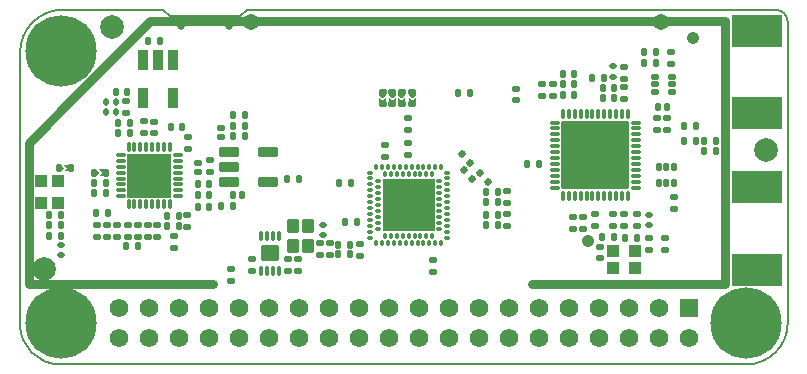
<source format=gbs>
G04*
G04 #@! TF.GenerationSoftware,Altium Limited,CircuitStudio,1.5.2 (30)*
G04*
G04 Layer_Color=8150272*
%FSLAX25Y25*%
%MOIN*%
G70*
G01*
G75*
%ADD52C,0.00500*%
%ADD109C,0.03000*%
G04:AMPARAMS|DCode=110|XSize=26.38mil|YSize=22.44mil|CornerRadius=6.3mil|HoleSize=0mil|Usage=FLASHONLY|Rotation=270.000|XOffset=0mil|YOffset=0mil|HoleType=Round|Shape=RoundedRectangle|*
%AMROUNDEDRECTD110*
21,1,0.02638,0.00984,0,0,270.0*
21,1,0.01378,0.02244,0,0,270.0*
1,1,0.01260,-0.00492,-0.00689*
1,1,0.01260,-0.00492,0.00689*
1,1,0.01260,0.00492,0.00689*
1,1,0.01260,0.00492,-0.00689*
%
%ADD110ROUNDEDRECTD110*%
G04:AMPARAMS|DCode=111|XSize=26.38mil|YSize=22.44mil|CornerRadius=6.3mil|HoleSize=0mil|Usage=FLASHONLY|Rotation=180.000|XOffset=0mil|YOffset=0mil|HoleType=Round|Shape=RoundedRectangle|*
%AMROUNDEDRECTD111*
21,1,0.02638,0.00984,0,0,180.0*
21,1,0.01378,0.02244,0,0,180.0*
1,1,0.01260,-0.00689,0.00492*
1,1,0.01260,0.00689,0.00492*
1,1,0.01260,0.00689,-0.00492*
1,1,0.01260,-0.00689,-0.00492*
%
%ADD111ROUNDEDRECTD111*%
%ADD114C,0.04137*%
G04:AMPARAMS|DCode=119|XSize=16.93mil|YSize=25.76mil|CornerRadius=2.09mil|HoleSize=0mil|Usage=FLASHONLY|Rotation=180.000|XOffset=0mil|YOffset=0mil|HoleType=Round|Shape=RoundedRectangle|*
%AMROUNDEDRECTD119*
21,1,0.01693,0.02158,0,0,180.0*
21,1,0.01276,0.02576,0,0,180.0*
1,1,0.00417,-0.00638,0.01079*
1,1,0.00417,0.00638,0.01079*
1,1,0.00417,0.00638,-0.01079*
1,1,0.00417,-0.00638,-0.01079*
%
%ADD119ROUNDEDRECTD119*%
G04:AMPARAMS|DCode=120|XSize=16.93mil|YSize=25.76mil|CornerRadius=2.09mil|HoleSize=0mil|Usage=FLASHONLY|Rotation=90.000|XOffset=0mil|YOffset=0mil|HoleType=Round|Shape=RoundedRectangle|*
%AMROUNDEDRECTD120*
21,1,0.01693,0.02158,0,0,90.0*
21,1,0.01276,0.02576,0,0,90.0*
1,1,0.00417,0.01079,0.00638*
1,1,0.00417,0.01079,-0.00638*
1,1,0.00417,-0.01079,-0.00638*
1,1,0.00417,-0.01079,0.00638*
%
%ADD120ROUNDEDRECTD120*%
G04:AMPARAMS|DCode=121|XSize=26.38mil|YSize=20.47mil|CornerRadius=5.81mil|HoleSize=0mil|Usage=FLASHONLY|Rotation=90.000|XOffset=0mil|YOffset=0mil|HoleType=Round|Shape=RoundedRectangle|*
%AMROUNDEDRECTD121*
21,1,0.02638,0.00886,0,0,90.0*
21,1,0.01476,0.02047,0,0,90.0*
1,1,0.01161,0.00443,0.00738*
1,1,0.01161,0.00443,-0.00738*
1,1,0.01161,-0.00443,-0.00738*
1,1,0.01161,-0.00443,0.00738*
%
%ADD121ROUNDEDRECTD121*%
G04:AMPARAMS|DCode=122|XSize=26.38mil|YSize=20.47mil|CornerRadius=5.81mil|HoleSize=0mil|Usage=FLASHONLY|Rotation=0.000|XOffset=0mil|YOffset=0mil|HoleType=Round|Shape=RoundedRectangle|*
%AMROUNDEDRECTD122*
21,1,0.02638,0.00886,0,0,0.0*
21,1,0.01476,0.02047,0,0,0.0*
1,1,0.01161,0.00738,-0.00443*
1,1,0.01161,-0.00738,-0.00443*
1,1,0.01161,-0.00738,0.00443*
1,1,0.01161,0.00738,0.00443*
%
%ADD122ROUNDEDRECTD122*%
%ADD125C,0.07874*%
%ADD126R,0.16796X0.10792*%
G04:AMPARAMS|DCode=129|XSize=24.41mil|YSize=20.47mil|CornerRadius=5.81mil|HoleSize=0mil|Usage=FLASHONLY|Rotation=90.000|XOffset=0mil|YOffset=0mil|HoleType=Round|Shape=RoundedRectangle|*
%AMROUNDEDRECTD129*
21,1,0.02441,0.00886,0,0,90.0*
21,1,0.01280,0.02047,0,0,90.0*
1,1,0.01161,0.00443,0.00640*
1,1,0.01161,0.00443,-0.00640*
1,1,0.01161,-0.00443,-0.00640*
1,1,0.01161,-0.00443,0.00640*
%
%ADD129ROUNDEDRECTD129*%
G04:AMPARAMS|DCode=130|XSize=24.41mil|YSize=20.47mil|CornerRadius=5.81mil|HoleSize=0mil|Usage=FLASHONLY|Rotation=180.000|XOffset=0mil|YOffset=0mil|HoleType=Round|Shape=RoundedRectangle|*
%AMROUNDEDRECTD130*
21,1,0.02441,0.00886,0,0,180.0*
21,1,0.01280,0.02047,0,0,180.0*
1,1,0.01161,-0.00640,0.00443*
1,1,0.01161,0.00640,0.00443*
1,1,0.01161,0.00640,-0.00443*
1,1,0.01161,-0.00640,-0.00443*
%
%ADD130ROUNDEDRECTD130*%
%ADD144C,0.23748*%
%ADD145R,0.06206X0.06206*%
%ADD146C,0.06206*%
%ADD147C,0.02662*%
%ADD148C,0.05418*%
G04:AMPARAMS|DCode=150|XSize=26.38mil|YSize=20.47mil|CornerRadius=5.81mil|HoleSize=0mil|Usage=FLASHONLY|Rotation=45.000|XOffset=0mil|YOffset=0mil|HoleType=Round|Shape=RoundedRectangle|*
%AMROUNDEDRECTD150*
21,1,0.02638,0.00886,0,0,45.0*
21,1,0.01476,0.02047,0,0,45.0*
1,1,0.01161,0.00835,0.00209*
1,1,0.01161,-0.00209,-0.00835*
1,1,0.01161,-0.00835,-0.00209*
1,1,0.01161,0.00209,0.00835*
%
%ADD150ROUNDEDRECTD150*%
G04:AMPARAMS|DCode=151|XSize=36.47mil|YSize=14.81mil|CornerRadius=6.22mil|HoleSize=0mil|Usage=FLASHONLY|Rotation=180.000|XOffset=0mil|YOffset=0mil|HoleType=Round|Shape=RoundedRectangle|*
%AMROUNDEDRECTD151*
21,1,0.03647,0.00236,0,0,180.0*
21,1,0.02402,0.01481,0,0,180.0*
1,1,0.01245,-0.01201,0.00118*
1,1,0.01245,0.01201,0.00118*
1,1,0.01245,0.01201,-0.00118*
1,1,0.01245,-0.01201,-0.00118*
%
%ADD151ROUNDEDRECTD151*%
G04:AMPARAMS|DCode=152|XSize=68mil|YSize=33mil|CornerRadius=4.5mil|HoleSize=0mil|Usage=FLASHONLY|Rotation=180.000|XOffset=0mil|YOffset=0mil|HoleType=Round|Shape=RoundedRectangle|*
%AMROUNDEDRECTD152*
21,1,0.06800,0.02400,0,0,180.0*
21,1,0.05900,0.03300,0,0,180.0*
1,1,0.00900,-0.02950,0.01200*
1,1,0.00900,0.02950,0.01200*
1,1,0.00900,0.02950,-0.01200*
1,1,0.00900,-0.02950,-0.01200*
%
%ADD152ROUNDEDRECTD152*%
G04:AMPARAMS|DCode=153|XSize=38.19mil|YSize=46.06mil|CornerRadius=2.26mil|HoleSize=0mil|Usage=FLASHONLY|Rotation=0.000|XOffset=0mil|YOffset=0mil|HoleType=Round|Shape=RoundedRectangle|*
%AMROUNDEDRECTD153*
21,1,0.03819,0.04154,0,0,0.0*
21,1,0.03366,0.04606,0,0,0.0*
1,1,0.00453,0.01683,-0.02077*
1,1,0.00453,-0.01683,-0.02077*
1,1,0.00453,-0.01683,0.02077*
1,1,0.00453,0.01683,0.02077*
%
%ADD153ROUNDEDRECTD153*%
G04:AMPARAMS|DCode=154|XSize=67.96mil|YSize=32.92mil|CornerRadius=3mil|HoleSize=0mil|Usage=FLASHONLY|Rotation=90.000|XOffset=0mil|YOffset=0mil|HoleType=Round|Shape=RoundedRectangle|*
%AMROUNDEDRECTD154*
21,1,0.06796,0.02693,0,0,90.0*
21,1,0.06197,0.03292,0,0,90.0*
1,1,0.00599,0.01347,0.03098*
1,1,0.00599,0.01347,-0.03098*
1,1,0.00599,-0.01347,-0.03098*
1,1,0.00599,-0.01347,0.03098*
%
%ADD154ROUNDEDRECTD154*%
G04:AMPARAMS|DCode=155|XSize=28.59mil|YSize=16.78mil|CornerRadius=2.88mil|HoleSize=0mil|Usage=FLASHONLY|Rotation=90.000|XOffset=0mil|YOffset=0mil|HoleType=Round|Shape=RoundedRectangle|*
%AMROUNDEDRECTD155*
21,1,0.02859,0.01102,0,0,90.0*
21,1,0.02284,0.01678,0,0,90.0*
1,1,0.00576,0.00551,0.01142*
1,1,0.00576,0.00551,-0.01142*
1,1,0.00576,-0.00551,-0.01142*
1,1,0.00576,-0.00551,0.01142*
%
%ADD155ROUNDEDRECTD155*%
G04:AMPARAMS|DCode=156|XSize=28.59mil|YSize=16.78mil|CornerRadius=2.88mil|HoleSize=0mil|Usage=FLASHONLY|Rotation=180.000|XOffset=0mil|YOffset=0mil|HoleType=Round|Shape=RoundedRectangle|*
%AMROUNDEDRECTD156*
21,1,0.02859,0.01102,0,0,180.0*
21,1,0.02284,0.01678,0,0,180.0*
1,1,0.00576,-0.01142,0.00551*
1,1,0.00576,0.01142,0.00551*
1,1,0.00576,0.01142,-0.00551*
1,1,0.00576,-0.01142,-0.00551*
%
%ADD156ROUNDEDRECTD156*%
G04:AMPARAMS|DCode=157|XSize=31.53mil|YSize=13.81mil|CornerRadius=3.95mil|HoleSize=0mil|Usage=FLASHONLY|Rotation=270.000|XOffset=0mil|YOffset=0mil|HoleType=Round|Shape=RoundedRectangle|*
%AMROUNDEDRECTD157*
21,1,0.03153,0.00591,0,0,270.0*
21,1,0.02363,0.01381,0,0,270.0*
1,1,0.00791,-0.00295,-0.01181*
1,1,0.00791,-0.00295,0.01181*
1,1,0.00791,0.00295,0.01181*
1,1,0.00791,0.00295,-0.01181*
%
%ADD157ROUNDEDRECTD157*%
G04:AMPARAMS|DCode=158|XSize=59.09mil|YSize=55.15mil|CornerRadius=6.32mil|HoleSize=0mil|Usage=FLASHONLY|Rotation=180.000|XOffset=0mil|YOffset=0mil|HoleType=Round|Shape=RoundedRectangle|*
%AMROUNDEDRECTD158*
21,1,0.05909,0.04252,0,0,180.0*
21,1,0.04646,0.05515,0,0,180.0*
1,1,0.01263,-0.02323,0.02126*
1,1,0.01263,0.02323,0.02126*
1,1,0.01263,0.02323,-0.02126*
1,1,0.01263,-0.02323,-0.02126*
%
%ADD158ROUNDEDRECTD158*%
G04:AMPARAMS|DCode=159|XSize=18.75mil|YSize=11.66mil|CornerRadius=2.37mil|HoleSize=0mil|Usage=FLASHONLY|Rotation=180.000|XOffset=0mil|YOffset=0mil|HoleType=Round|Shape=RoundedRectangle|*
%AMROUNDEDRECTD159*
21,1,0.01875,0.00693,0,0,180.0*
21,1,0.01402,0.01166,0,0,180.0*
1,1,0.00473,-0.00701,0.00347*
1,1,0.00473,0.00701,0.00347*
1,1,0.00473,0.00701,-0.00347*
1,1,0.00473,-0.00701,-0.00347*
%
%ADD159ROUNDEDRECTD159*%
G04:AMPARAMS|DCode=160|XSize=18.75mil|YSize=11.66mil|CornerRadius=2.37mil|HoleSize=0mil|Usage=FLASHONLY|Rotation=90.000|XOffset=0mil|YOffset=0mil|HoleType=Round|Shape=RoundedRectangle|*
%AMROUNDEDRECTD160*
21,1,0.01875,0.00693,0,0,90.0*
21,1,0.01402,0.01166,0,0,90.0*
1,1,0.00473,0.00347,0.00701*
1,1,0.00473,0.00347,-0.00701*
1,1,0.00473,-0.00347,-0.00701*
1,1,0.00473,-0.00347,0.00701*
%
%ADD160ROUNDEDRECTD160*%
G04:AMPARAMS|DCode=161|XSize=176.23mil|YSize=176.23mil|CornerRadius=5.83mil|HoleSize=0mil|Usage=FLASHONLY|Rotation=180.000|XOffset=0mil|YOffset=0mil|HoleType=Round|Shape=RoundedRectangle|*
%AMROUNDEDRECTD161*
21,1,0.17623,0.16457,0,0,180.0*
21,1,0.16457,0.17623,0,0,180.0*
1,1,0.01166,-0.08228,0.08228*
1,1,0.01166,0.08228,0.08228*
1,1,0.01166,0.08228,-0.08228*
1,1,0.01166,-0.08228,-0.08228*
%
%ADD161ROUNDEDRECTD161*%
G04:AMPARAMS|DCode=162|XSize=36.47mil|YSize=14.81mil|CornerRadius=6.22mil|HoleSize=0mil|Usage=FLASHONLY|Rotation=90.000|XOffset=0mil|YOffset=0mil|HoleType=Round|Shape=RoundedRectangle|*
%AMROUNDEDRECTD162*
21,1,0.03647,0.00236,0,0,90.0*
21,1,0.02402,0.01481,0,0,90.0*
1,1,0.01245,0.00118,0.01201*
1,1,0.01245,0.00118,-0.01201*
1,1,0.01245,-0.00118,-0.01201*
1,1,0.01245,-0.00118,0.01201*
%
%ADD162ROUNDEDRECTD162*%
G04:AMPARAMS|DCode=163|XSize=227.41mil|YSize=227.41mil|CornerRadius=7.11mil|HoleSize=0mil|Usage=FLASHONLY|Rotation=90.000|XOffset=0mil|YOffset=0mil|HoleType=Round|Shape=RoundedRectangle|*
%AMROUNDEDRECTD163*
21,1,0.22741,0.21319,0,0,90.0*
21,1,0.21319,0.22741,0,0,90.0*
1,1,0.01422,0.10659,0.10659*
1,1,0.01422,0.10659,-0.10659*
1,1,0.01422,-0.10659,-0.10659*
1,1,0.01422,-0.10659,0.10659*
%
%ADD163ROUNDEDRECTD163*%
%ADD164R,0.14867X0.14867*%
%ADD165O,0.03450X0.01284*%
%ADD166O,0.01284X0.03450*%
G04:AMPARAMS|DCode=167|XSize=42.37mil|YSize=40.4mil|CornerRadius=3.37mil|HoleSize=0mil|Usage=FLASHONLY|Rotation=180.000|XOffset=0mil|YOffset=0mil|HoleType=Round|Shape=RoundedRectangle|*
%AMROUNDEDRECTD167*
21,1,0.04237,0.03366,0,0,180.0*
21,1,0.03563,0.04040,0,0,180.0*
1,1,0.00674,-0.01782,0.01683*
1,1,0.00674,0.01782,0.01683*
1,1,0.00674,0.01782,-0.01683*
1,1,0.00674,-0.01782,-0.01683*
%
%ADD167ROUNDEDRECTD167*%
G04:AMPARAMS|DCode=168|XSize=42.37mil|YSize=40.4mil|CornerRadius=3.37mil|HoleSize=0mil|Usage=FLASHONLY|Rotation=90.000|XOffset=0mil|YOffset=0mil|HoleType=Round|Shape=RoundedRectangle|*
%AMROUNDEDRECTD168*
21,1,0.04237,0.03366,0,0,90.0*
21,1,0.03563,0.04040,0,0,90.0*
1,1,0.00674,0.01683,0.01782*
1,1,0.00674,0.01683,-0.01782*
1,1,0.00674,-0.01683,-0.01782*
1,1,0.00674,-0.01683,0.01782*
%
%ADD168ROUNDEDRECTD168*%
G36*
X1051006Y763781D02*
X1049306D01*
Y763881D01*
X1050206Y764781D01*
Y765081D01*
X1049306Y765981D01*
Y766081D01*
X1051006D01*
Y763781D01*
D02*
G37*
G36*
X1156676Y786681D02*
X1154376D01*
Y788381D01*
X1154476D01*
X1155376Y787481D01*
X1155676D01*
X1156576Y788381D01*
X1156676D01*
Y786681D01*
D02*
G37*
G36*
X1159876D02*
X1157576D01*
Y788381D01*
X1157676D01*
X1158576Y787481D01*
X1158876D01*
X1159776Y788381D01*
X1159876D01*
Y786681D01*
D02*
G37*
G36*
X1060946Y763551D02*
Y763251D01*
X1059946Y762251D01*
X1059146D01*
Y764551D01*
X1059946D01*
X1060946Y763551D01*
D02*
G37*
G36*
X1062706Y762251D02*
X1061006D01*
Y762351D01*
X1061906Y763251D01*
Y763551D01*
X1061006Y764451D01*
Y764551D01*
X1062706D01*
Y762251D01*
D02*
G37*
G36*
X1049246Y765081D02*
Y764781D01*
X1048246Y763781D01*
X1047446D01*
Y766081D01*
X1048246D01*
X1049246Y765081D01*
D02*
G37*
G36*
X1159876Y789281D02*
X1158876Y788281D01*
X1158576D01*
X1157576Y789281D01*
Y790081D01*
X1159876D01*
Y789281D01*
D02*
G37*
G36*
X1163076D02*
X1162076Y788281D01*
X1161776D01*
X1160776Y789281D01*
Y790081D01*
X1163076D01*
Y789281D01*
D02*
G37*
G36*
X1166476D02*
X1165476Y788281D01*
X1165176D01*
X1164176Y789281D01*
Y790081D01*
X1166476D01*
Y789281D01*
D02*
G37*
G36*
X1163076Y786681D02*
X1160776D01*
Y788381D01*
X1160876D01*
X1161776Y787481D01*
X1162076D01*
X1162976Y788381D01*
X1163076D01*
Y786681D01*
D02*
G37*
G36*
X1166476D02*
X1164176D01*
Y788381D01*
X1164276D01*
X1165176Y787481D01*
X1165476D01*
X1166376Y788381D01*
X1166476D01*
Y786681D01*
D02*
G37*
G36*
X1156676Y789281D02*
X1155676Y788281D01*
X1155376D01*
X1154376Y789281D01*
Y790081D01*
X1156676D01*
Y789281D01*
D02*
G37*
D52*
X1290528Y813564D02*
G03*
X1286362Y817730I-4166J0D01*
G01*
X1048995D02*
G03*
X1034623Y803358I0J-14372D01*
G01*
X1034623Y712769D02*
G03*
X1047891Y699502I13268J0D01*
G01*
X1276749Y699502D02*
G03*
X1290528Y713281I0J13780D01*
G01*
X1107961Y815466D02*
X1110224Y817730D01*
X1048995D02*
X1082327D01*
X1084591Y815466D01*
X1290528Y767631D02*
Y813564D01*
X1110224Y817730D02*
X1286362D01*
X1290528Y713281D02*
Y718006D01*
X1034623Y796470D02*
Y803358D01*
X1084591Y815466D02*
X1107961D01*
X1290528Y718006D02*
Y767631D01*
X1034623Y712769D02*
X1034623Y796470D01*
X1047891Y699502D02*
X1276749Y699502D01*
D109*
X1037476Y773281D02*
X1053976Y789781D01*
X1037476Y762781D02*
Y773281D01*
X1114776Y813781D02*
X1142742D01*
X1037476Y737381D02*
Y752906D01*
Y726181D02*
Y737381D01*
Y752906D02*
Y762781D01*
X1053976Y789781D02*
X1077976Y813781D01*
X1084476D01*
X1221551D02*
X1269726D01*
X1183382D02*
X1221551D01*
X1269726Y726181D02*
Y769281D01*
Y813781D01*
X1205176Y726181D02*
X1222476D01*
X1084476Y813781D02*
X1114776D01*
X1160530D02*
X1183382D01*
X1142742D02*
X1160530D01*
X1037476Y726181D02*
X1098976D01*
X1222476D02*
X1248676D01*
X1269726D01*
D110*
X1105642Y775662D02*
D03*
X1109579D02*
D03*
X1105666Y779049D02*
D03*
X1109603D02*
D03*
X1105666Y782494D02*
D03*
X1109603D02*
D03*
X1077407Y807231D02*
D03*
X1081344D02*
D03*
X1123678Y761234D02*
D03*
X1127615D02*
D03*
X1093855Y752080D02*
D03*
X1097792D02*
D03*
X1093855Y755919D02*
D03*
X1097792D02*
D03*
X1071144Y779981D02*
D03*
X1067207D02*
D03*
X1071144Y776581D02*
D03*
X1067207D02*
D03*
X1088744Y778681D02*
D03*
X1084807D02*
D03*
X1093855Y759757D02*
D03*
X1097792D02*
D03*
X1070085Y738940D02*
D03*
X1074022D02*
D03*
X1063944Y750081D02*
D03*
X1060007D02*
D03*
X1063144Y756681D02*
D03*
X1059207D02*
D03*
X1059209Y760053D02*
D03*
X1063146D02*
D03*
X1147044Y747081D02*
D03*
X1143107D02*
D03*
X1141007Y759781D02*
D03*
X1144944D02*
D03*
X1219444Y796381D02*
D03*
X1215507D02*
D03*
X1228807Y788181D02*
D03*
X1232744D02*
D03*
X1228807Y791681D02*
D03*
X1232744D02*
D03*
X1215507Y792781D02*
D03*
X1219444D02*
D03*
X1215507Y789181D02*
D03*
X1219444D02*
D03*
X1225207Y794981D02*
D03*
X1229144D02*
D03*
X1203787Y766305D02*
D03*
X1207724D02*
D03*
X1228590Y741895D02*
D03*
X1232527D02*
D03*
X1236267Y741698D02*
D03*
X1240204D02*
D03*
X1063144Y763381D02*
D03*
X1059207D02*
D03*
X1044407Y745781D02*
D03*
X1048344D02*
D03*
X1044407Y742381D02*
D03*
X1048344D02*
D03*
X1066507Y790381D02*
D03*
X1070444D02*
D03*
X1044407Y749181D02*
D03*
X1048344D02*
D03*
X1184544Y790081D02*
D03*
X1180607D02*
D03*
D111*
X1251631Y803557D02*
D03*
Y799620D02*
D03*
X1250253Y781509D02*
D03*
Y777572D02*
D03*
X1236070Y745635D02*
D03*
Y749572D02*
D03*
X1252676Y751413D02*
D03*
Y755350D02*
D03*
X1069876Y783313D02*
D03*
Y787250D02*
D03*
X1090410Y749226D02*
D03*
Y745289D02*
D03*
X1227976Y734813D02*
D03*
Y738750D02*
D03*
X1080322Y746027D02*
D03*
Y742090D02*
D03*
X1077172Y746027D02*
D03*
Y742090D02*
D03*
X1070479D02*
D03*
Y746027D02*
D03*
X1079239Y776490D02*
D03*
Y780427D02*
D03*
X1076076Y776513D02*
D03*
Y780450D02*
D03*
X1060176Y742113D02*
D03*
Y746050D02*
D03*
X1164032Y769305D02*
D03*
Y773242D02*
D03*
X1172376Y730213D02*
D03*
Y734150D02*
D03*
X1147876Y735613D02*
D03*
Y739550D02*
D03*
X1156175Y772664D02*
D03*
Y768727D02*
D03*
X1208708Y792879D02*
D03*
Y788942D02*
D03*
X1212251D02*
D03*
Y792879D02*
D03*
X1232330Y745635D02*
D03*
Y749572D02*
D03*
X1222276Y748650D02*
D03*
Y744713D02*
D03*
X1247103Y781509D02*
D03*
Y777572D02*
D03*
X1236076Y791850D02*
D03*
Y787913D02*
D03*
X1240204Y749572D02*
D03*
Y745635D02*
D03*
X1244141Y737761D02*
D03*
Y741698D02*
D03*
X1111976Y734680D02*
D03*
Y730743D02*
D03*
X1090776Y771213D02*
D03*
Y775150D02*
D03*
X1085876Y742350D02*
D03*
Y738413D02*
D03*
X1199991Y791421D02*
D03*
Y787484D02*
D03*
X1134506Y735983D02*
D03*
Y739920D02*
D03*
X1137806Y736003D02*
D03*
Y739940D02*
D03*
X1236076Y794613D02*
D03*
Y798550D02*
D03*
D114*
X1223876Y740681D02*
D03*
X1259076Y808281D02*
D03*
D119*
X1250176Y785281D02*
D03*
X1247176D02*
D03*
X1108676Y755781D02*
D03*
X1105676D02*
D03*
D120*
X1094076Y766481D02*
D03*
Y763481D02*
D03*
X1101676Y778281D02*
D03*
Y775281D02*
D03*
D121*
X1190035Y753557D02*
D03*
X1190059Y756795D02*
D03*
X1144576Y736181D02*
D03*
X1140576D02*
D03*
X1087587Y749029D02*
D03*
X1083587D02*
D03*
X1144566Y739411D02*
D03*
X1140566D02*
D03*
X1194059Y745870D02*
D03*
X1190059D02*
D03*
X1105776Y752281D02*
D03*
X1101776D02*
D03*
X1087587Y745486D02*
D03*
X1083587D02*
D03*
X1194059Y749118D02*
D03*
X1190059D02*
D03*
X1194035Y753557D02*
D03*
X1194059Y756795D02*
D03*
X1262676Y773881D02*
D03*
X1266676D02*
D03*
X1262676Y770681D02*
D03*
X1266676D02*
D03*
X1255926Y773931D02*
D03*
X1259926D02*
D03*
X1255976Y778981D02*
D03*
X1259976D02*
D03*
X1047556Y764911D02*
D03*
X1051556D02*
D03*
X1242776Y803581D02*
D03*
X1246776D02*
D03*
X1242776Y800081D02*
D03*
X1246776D02*
D03*
D122*
X1097976Y763581D02*
D03*
Y767581D02*
D03*
X1226425Y749604D02*
D03*
Y745604D02*
D03*
X1063576Y742081D02*
D03*
Y746081D02*
D03*
X1067076D02*
D03*
Y742081D02*
D03*
X1073876D02*
D03*
Y746081D02*
D03*
X1104976Y731281D02*
D03*
Y727281D02*
D03*
X1218876Y744681D02*
D03*
Y748681D02*
D03*
X1196956Y749566D02*
D03*
Y745566D02*
D03*
X1196956Y757243D02*
D03*
Y753243D02*
D03*
X1155536Y790411D02*
D03*
Y786411D02*
D03*
X1158716Y790391D02*
D03*
Y786391D02*
D03*
X1161956Y790401D02*
D03*
Y786401D02*
D03*
X1165316Y790401D02*
D03*
Y786401D02*
D03*
X1163926Y781531D02*
D03*
Y777531D02*
D03*
X1127226Y730531D02*
D03*
Y734531D02*
D03*
X1124026Y730531D02*
D03*
Y734531D02*
D03*
X1249476Y741681D02*
D03*
Y737681D02*
D03*
D125*
X1042476Y731381D02*
D03*
X1065176Y811881D02*
D03*
X1283127Y770886D02*
D03*
D126*
X1280174Y783114D02*
D03*
Y810614D02*
D03*
Y730948D02*
D03*
Y758448D02*
D03*
D129*
X1066549Y786981D02*
D03*
X1063203D02*
D03*
X1066549Y783681D02*
D03*
X1063203D02*
D03*
D130*
X1232330Y795439D02*
D03*
Y798785D02*
D03*
X1244141Y749277D02*
D03*
Y745931D02*
D03*
X1048275Y736007D02*
D03*
Y739354D02*
D03*
X1135766Y745880D02*
D03*
Y742534D02*
D03*
D144*
X1276749Y713281D02*
D03*
X1048402Y803832D02*
D03*
Y713281D02*
D03*
D145*
X1257576Y718281D02*
D03*
D146*
Y708281D02*
D03*
X1247576Y718281D02*
D03*
Y708281D02*
D03*
X1237576Y718281D02*
D03*
Y708281D02*
D03*
X1227576Y718281D02*
D03*
Y708281D02*
D03*
X1217576Y718281D02*
D03*
Y708281D02*
D03*
X1207576Y718281D02*
D03*
Y708281D02*
D03*
X1197576Y718281D02*
D03*
Y708281D02*
D03*
X1187576Y718281D02*
D03*
Y708281D02*
D03*
X1177576Y718281D02*
D03*
Y708281D02*
D03*
X1167576Y718281D02*
D03*
Y708281D02*
D03*
X1157576Y718281D02*
D03*
Y708281D02*
D03*
X1147576Y718281D02*
D03*
Y708281D02*
D03*
X1137576Y718281D02*
D03*
Y708281D02*
D03*
X1127576Y718281D02*
D03*
Y708281D02*
D03*
X1117576Y718281D02*
D03*
Y708281D02*
D03*
X1107576Y718281D02*
D03*
Y708281D02*
D03*
X1067576D02*
D03*
Y718281D02*
D03*
X1077576Y708281D02*
D03*
Y718281D02*
D03*
X1087576Y708281D02*
D03*
Y718281D02*
D03*
X1097576Y708281D02*
D03*
Y718281D02*
D03*
D147*
X1088403Y812331D02*
D03*
X1104348D02*
D03*
D148*
X1111576Y813563D02*
D03*
X1248276Y813561D02*
D03*
D150*
X1185340Y761417D02*
D03*
X1182511Y764245D02*
D03*
X1190790Y760417D02*
D03*
X1187961Y763245D02*
D03*
X1184640Y766667D02*
D03*
X1181811Y769495D02*
D03*
D151*
X1212842Y774179D02*
D03*
X1240007Y780084D02*
D03*
Y778116D02*
D03*
Y776147D02*
D03*
Y774179D02*
D03*
Y772210D02*
D03*
Y770242D02*
D03*
Y768273D02*
D03*
Y766305D02*
D03*
Y764336D02*
D03*
Y762368D02*
D03*
Y760399D02*
D03*
Y758431D02*
D03*
X1212842D02*
D03*
Y760399D02*
D03*
Y762368D02*
D03*
Y764336D02*
D03*
Y766305D02*
D03*
Y768273D02*
D03*
Y770242D02*
D03*
Y772210D02*
D03*
Y776147D02*
D03*
Y778116D02*
D03*
Y780084D02*
D03*
D152*
X1117333Y770368D02*
D03*
Y760368D02*
D03*
X1104433Y770368D02*
D03*
Y765368D02*
D03*
Y760368D02*
D03*
D153*
X1130735Y738935D02*
D03*
X1125616D02*
D03*
Y745627D02*
D03*
X1130735D02*
D03*
D154*
X1075792Y788250D02*
D03*
X1085792D02*
D03*
X1075792Y801006D02*
D03*
X1085792D02*
D03*
X1080792D02*
D03*
D155*
X1247517Y765437D02*
D03*
X1250076D02*
D03*
X1252635D02*
D03*
X1247517Y759925D02*
D03*
X1250076D02*
D03*
X1252635D02*
D03*
D156*
X1246320Y790222D02*
D03*
Y792781D02*
D03*
Y795340D02*
D03*
X1251832Y790222D02*
D03*
Y792781D02*
D03*
Y795340D02*
D03*
D157*
X1114983Y742417D02*
D03*
X1116952D02*
D03*
X1118920D02*
D03*
X1120889D02*
D03*
Y730605D02*
D03*
X1118920D02*
D03*
X1116952D02*
D03*
X1114983D02*
D03*
D158*
X1117936Y736511D02*
D03*
D159*
X1176971Y763428D02*
D03*
Y761459D02*
D03*
Y759491D02*
D03*
Y757522D02*
D03*
Y755554D02*
D03*
Y753585D02*
D03*
Y751617D02*
D03*
Y749648D02*
D03*
Y747680D02*
D03*
Y745711D02*
D03*
Y743743D02*
D03*
Y741774D02*
D03*
X1151380D02*
D03*
Y743743D02*
D03*
Y745711D02*
D03*
Y747680D02*
D03*
Y749648D02*
D03*
Y751617D02*
D03*
Y753585D02*
D03*
Y755554D02*
D03*
Y757522D02*
D03*
Y759491D02*
D03*
Y761459D02*
D03*
Y763428D02*
D03*
X1174412Y760475D02*
D03*
Y758507D02*
D03*
Y756538D02*
D03*
Y754570D02*
D03*
Y752601D02*
D03*
Y750633D02*
D03*
Y748664D02*
D03*
Y746696D02*
D03*
Y744727D02*
D03*
X1153939D02*
D03*
Y746696D02*
D03*
Y748664D02*
D03*
Y750633D02*
D03*
Y752601D02*
D03*
Y754570D02*
D03*
Y756538D02*
D03*
Y758507D02*
D03*
Y760475D02*
D03*
D160*
X1175002Y739806D02*
D03*
X1173034D02*
D03*
X1171065D02*
D03*
X1169097D02*
D03*
X1167128D02*
D03*
X1165160D02*
D03*
X1163191D02*
D03*
X1161223D02*
D03*
X1159254D02*
D03*
X1157286D02*
D03*
X1155317D02*
D03*
X1153349D02*
D03*
Y765396D02*
D03*
X1155317D02*
D03*
X1157286D02*
D03*
X1159254D02*
D03*
X1161223D02*
D03*
X1163191D02*
D03*
X1165160D02*
D03*
X1167128D02*
D03*
X1169097D02*
D03*
X1171065D02*
D03*
X1173034D02*
D03*
X1175002D02*
D03*
X1172050Y742365D02*
D03*
X1170081D02*
D03*
X1168113D02*
D03*
X1166144D02*
D03*
X1164176D02*
D03*
X1162207D02*
D03*
X1160239D02*
D03*
X1158270D02*
D03*
X1156302D02*
D03*
Y762837D02*
D03*
X1158270D02*
D03*
X1160239D02*
D03*
X1162207D02*
D03*
X1164176D02*
D03*
X1166144D02*
D03*
X1168113D02*
D03*
X1170081D02*
D03*
X1172050D02*
D03*
D161*
X1164176Y752601D02*
D03*
D162*
X1237251Y755675D02*
D03*
X1235283D02*
D03*
X1233314D02*
D03*
X1231346D02*
D03*
X1229377D02*
D03*
X1227409D02*
D03*
X1225440D02*
D03*
X1223472D02*
D03*
X1221503D02*
D03*
X1219535D02*
D03*
X1217566D02*
D03*
X1215598D02*
D03*
Y782840D02*
D03*
X1217566D02*
D03*
X1219535D02*
D03*
X1221503D02*
D03*
X1223472D02*
D03*
X1225440D02*
D03*
X1227409D02*
D03*
X1229377D02*
D03*
X1231346D02*
D03*
X1233314D02*
D03*
X1235283D02*
D03*
X1237251D02*
D03*
D163*
X1226425Y769257D02*
D03*
D164*
X1077713Y762415D02*
D03*
D165*
X1087261Y755525D02*
D03*
Y757494D02*
D03*
Y759462D02*
D03*
Y761431D02*
D03*
Y763399D02*
D03*
Y765368D02*
D03*
Y767336D02*
D03*
Y769305D02*
D03*
X1068166D02*
D03*
Y767336D02*
D03*
Y765368D02*
D03*
Y763399D02*
D03*
Y761431D02*
D03*
Y759462D02*
D03*
Y757494D02*
D03*
Y755525D02*
D03*
D166*
X1084603Y771962D02*
D03*
X1082635D02*
D03*
X1080666D02*
D03*
X1078698D02*
D03*
X1076729D02*
D03*
X1074761D02*
D03*
X1072792D02*
D03*
X1070824D02*
D03*
Y752868D02*
D03*
X1072792D02*
D03*
X1074761D02*
D03*
X1076729D02*
D03*
X1078698D02*
D03*
X1080666D02*
D03*
X1082635D02*
D03*
X1084603D02*
D03*
D167*
X1232434Y737237D02*
D03*
Y731725D02*
D03*
X1239717D02*
D03*
Y737237D02*
D03*
D168*
X1047132Y760723D02*
D03*
X1041620D02*
D03*
Y753439D02*
D03*
X1047132D02*
D03*
M02*

</source>
